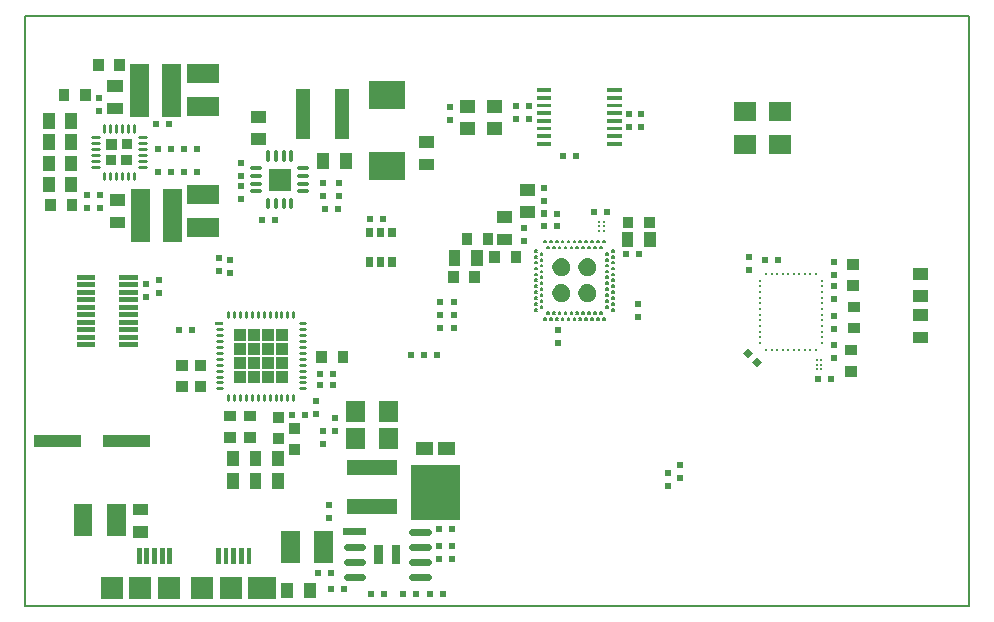
<source format=gtp>
*
%FSLAX26Y26*%
%MOIN*%
%ADD10R,0.015748X0.015748*%
%ADD11R,0.074803X0.074803*%
%ADD12R,0.035433X0.035433*%
%ADD13R,0.039370X0.039370*%
%ADD14R,0.023622X0.023622*%
%ADD15C,0.023622*%
%ADD16R,0.047244X0.047244*%
%ADD17C,0.007087*%
%ADD18R,0.062992X0.062992*%
%ADD19R,0.163386X0.163386*%
%ADD20R,0.045276X0.045276*%
%ADD21C,0.009843*%
%ADD22R,0.043307X0.043307*%
%ADD23R,0.094488X0.094488*%
%ADD24C,0.013780*%
%ADD25R,0.076772X0.076772*%
%ADD26R,0.011811X0.011811*%
%ADD27R,0.005800X0.005800*%
%ADD28C,0.006000*%
%ADD29R,0.009843X0.009843*%
%ADD30C,0.039370*%
%ADD31R,0.027559X0.027559*%
%IPPOS*%
%LNtp*%
%LPD*%
G75*
G54D10*
X322835Y1096752D02*
X370079D01*
X181102D02*
X228346D01*
X322835Y1071752D02*
X370079D01*
X181102D02*
X228346D01*
X322835Y1046752D02*
X370079D01*
X181102D02*
X228346D01*
X322835Y1021752D02*
X370079D01*
X181102D02*
X228346D01*
X322835Y996752D02*
X370079D01*
X181102D02*
X228346D01*
X322835Y971752D02*
X370079D01*
X181102D02*
X228346D01*
X322835Y946752D02*
X370079D01*
X181102D02*
X228346D01*
X322835Y921752D02*
X370079D01*
X181102D02*
X228346D01*
X322835Y896752D02*
X370079D01*
X181102D02*
X228346D01*
X181102Y871752D02*
X228346D01*
X322835D02*
X370079D01*
G54D11*
X783465Y61024D02*
X799213D01*
G54D10*
X381890Y147638D02*
Y187008D01*
X407480Y147638D02*
Y187008D01*
X433071Y147638D02*
Y187008D01*
X458661Y147638D02*
Y187008D01*
X484252Y147638D02*
Y187008D01*
X645669Y147638D02*
Y187008D01*
X671260Y147638D02*
Y187008D01*
X696850Y147638D02*
Y187008D01*
X722441Y147638D02*
Y187008D01*
X748031Y147638D02*
Y187008D01*
G54D11*
X688976Y61024D03*
X590551D03*
X480315D03*
X385827D03*
X291339D03*
G54D12*
X86614Y1336614D02*
Y1340551D01*
X157480Y1336614D02*
Y1340551D01*
X1429134Y1096457D02*
Y1100394D01*
X1500000Y1096457D02*
Y1100394D01*
X1061024Y828740D02*
Y832677D01*
X990157Y828740D02*
Y832677D01*
X2011811Y1277559D02*
Y1281496D01*
X2082677Y1277559D02*
Y1281496D01*
X1637795Y1163386D02*
Y1167323D01*
X1566929Y1163386D02*
Y1167323D01*
X1545276Y1222441D02*
Y1226378D01*
X1474409Y1222441D02*
Y1226378D01*
X202756Y1702756D02*
Y1706693D01*
X131890Y1702756D02*
Y1706693D01*
X246063Y1803150D02*
Y1807087D01*
X316929Y1803150D02*
Y1807087D01*
X2753146Y783465D02*
X2757083D01*
X2753146Y854331D02*
X2757083D01*
X844488Y559055D02*
X848425D01*
X844488Y629921D02*
X848425D01*
X897638Y592520D02*
X901575D01*
X897638Y521654D02*
X901575D01*
X683071Y562992D02*
X687008D01*
X683071Y633858D02*
X687008D01*
X750000Y562992D02*
X753937D01*
X750000Y633858D02*
X753937D01*
X521654Y732283D02*
X525591D01*
X521654Y803150D02*
X525591D01*
X584646Y732283D02*
X588583D01*
X584646Y803150D02*
X588583D01*
X2761811Y998031D02*
X2765748D01*
X2761811Y927165D02*
X2765748D01*
X2759843Y1068898D02*
X2763780D01*
X2759843Y1139764D02*
X2763780D01*
G54D13*
X1334646Y1547244D02*
X1346457D01*
X1334646Y1472441D02*
X1346457D01*
X2980315Y1108268D02*
X2992126D01*
X2980315Y1033465D02*
X2992126D01*
X2980315Y895669D02*
X2992126D01*
X2980315Y970472D02*
X2992126D01*
X773622Y1631890D02*
X785433D01*
X773622Y1557087D02*
X785433D01*
X295276Y1734252D02*
X307087D01*
X295276Y1659449D02*
X307087D01*
X303150Y1279528D02*
X314961D01*
X303150Y1354331D02*
X314961D01*
X1594488Y1297244D02*
X1606299D01*
X1594488Y1222441D02*
X1606299D01*
X1671260Y1387795D02*
X1683071D01*
X1671260Y1312992D02*
X1683071D01*
X379921Y322835D02*
X391732D01*
X379921Y248031D02*
X391732D01*
X1671260Y1312992D02*
X1683071D01*
X1671260Y1387795D02*
X1683071D01*
G36*
X2426589Y844051D02*
X2409886Y827348D01*
X2393183Y844051D01*
X2409886Y860754D01*
X2426589Y844051D01*
G37*
G36*
X2457211Y813429D02*
X2440508Y796726D01*
X2423805Y813429D01*
X2440508Y830132D01*
X2457211Y813429D01*
G37*
G54D14*
X972441Y639764D03*
Y683071D03*
X1732283Y1352362D03*
Y1395669D03*
X1730315Y1310039D03*
Y1266732D03*
X1383858Y970472D03*
Y1013780D03*
X1433071Y970472D03*
Y1013780D03*
X1383858Y970472D03*
Y927165D03*
X1433071Y970472D03*
Y927165D03*
X996063Y1411417D03*
Y1368110D03*
X1049213D03*
Y1411417D03*
X1379921Y157480D03*
Y200787D03*
X2015748Y1596457D03*
Y1639764D03*
X446850Y1088583D03*
Y1045276D03*
X1015748Y336614D03*
Y293307D03*
X996063Y541339D03*
Y584646D03*
X685039Y1112205D03*
Y1155512D03*
X1423228Y200787D03*
Y157480D03*
X2055118Y1596457D03*
Y1639764D03*
X1637795Y1667323D03*
Y1624016D03*
X1419291Y1619591D03*
Y1662898D03*
X251969Y1327756D03*
Y1371063D03*
X208661Y1327756D03*
Y1371063D03*
X2045276Y1007874D03*
Y964567D03*
X720472Y1478346D03*
Y1435039D03*
X1777559Y875984D03*
Y919291D03*
X2697835Y870079D03*
Y826772D03*
X248031Y1651575D03*
Y1694882D03*
X2697835Y1104331D03*
Y1147638D03*
X720472Y1356299D03*
Y1399606D03*
X2415413Y1119567D03*
Y1162874D03*
X2697835Y1066929D03*
Y1023622D03*
Y968504D03*
Y925197D03*
X2145669Y442913D03*
Y399606D03*
X2185039Y470472D03*
Y427165D03*
X1663386Y1261811D03*
Y1218504D03*
X403543Y1073819D03*
Y1030512D03*
X1681102Y1667323D03*
Y1624016D03*
X1035433Y627953D03*
Y584646D03*
X647638Y1116142D03*
Y1159449D03*
X1224689Y1242453D02*
Y1250327D01*
X1149886Y1242453D02*
Y1250327D01*
X1187287Y1144028D02*
Y1151902D01*
Y1242453D02*
Y1250327D01*
X1224689Y1144028D02*
Y1151902D01*
X1149886Y1144028D02*
Y1151902D01*
X1194882Y1291339D03*
X1151575D03*
X1043307Y1322835D03*
X1000000D03*
X1423228Y257874D03*
X1379921D03*
X986220Y736220D03*
X1029528D03*
X986220Y773622D03*
X1029528D03*
X1261811Y39370D03*
X1305118D03*
X1064961Y57087D03*
X1021654D03*
Y110236D03*
X978346D03*
X1155512Y39370D03*
X1198819D03*
X1395669D03*
X1352362D03*
X438976Y1606299D03*
X482283D03*
X444882Y1523622D03*
X488189D03*
X834646Y1286417D03*
X791339D03*
X2005906Y1174213D03*
X2049213D03*
X1730315Y1267717D03*
X1773622D03*
X2688976Y757874D03*
X2645669D03*
X1899606Y1314961D03*
X1942913D03*
X2469327Y1153543D03*
X2512634D03*
X531496Y1523622D03*
X574803D03*
X531496Y1448819D03*
X574803D03*
X444882D03*
X488189D03*
X1773622Y1309055D03*
X1730315D03*
X1793307Y1500000D03*
X1836614D03*
X557087Y921260D03*
X513780D03*
X891732Y637795D03*
X935039D03*
X1287402Y836614D03*
X1330709D03*
X1374016D03*
G54D15*
X1292520Y98228D02*
X1343701D01*
X1292520Y148228D02*
X1343701D01*
X1292520Y198228D02*
X1343701D01*
X1292520Y248228D02*
X1343701D01*
X1073622Y98228D02*
X1124803D01*
X1073622Y148228D02*
X1124803D01*
X1073622Y198228D02*
X1124803D01*
G54D14*
X1073622Y248228D02*
X1124803D01*
G54D16*
X1098425Y462598D02*
X1216535D01*
X1098425Y332677D02*
X1216535D01*
G54D17*
X2637780Y1107661D03*
X2619429D03*
X2601083D03*
X2582728D03*
X2564378D03*
X2546031D03*
X2527677D03*
X2509327D03*
X2490980D03*
X2472626D03*
X2451508Y1085941D03*
Y1066976D03*
Y1048012D03*
Y1029047D03*
Y1010087D03*
Y991118D03*
Y972157D03*
Y953193D03*
Y934224D03*
Y915264D03*
Y896299D03*
Y877335D03*
X2472626Y855614D03*
X2490980D03*
X2509327D03*
X2527677D03*
X2546031D03*
X2564378D03*
X2582728D03*
X2601083D03*
X2619429D03*
X2637780D03*
X2658902Y877335D03*
Y896299D03*
Y915264D03*
Y934224D03*
Y953193D03*
Y972157D03*
Y991118D03*
Y1010087D03*
Y1029047D03*
Y1048012D03*
Y1066976D03*
Y1085941D03*
G54D18*
X885827Y175197D02*
Y218504D01*
X996063Y175197D02*
Y218504D01*
X194882Y265748D02*
Y309055D01*
X305118Y265748D02*
Y309055D01*
G54D19*
X1370079Y368110D02*
Y387795D01*
G54D20*
X1327957Y525591D02*
X1339768D01*
X1400390D02*
X1412201D01*
G54D13*
X51181Y551181D02*
X169291D01*
X279528D02*
X397638D01*
X1507874Y1155512D02*
Y1167323D01*
X1433071Y1155512D02*
Y1167323D01*
X80709Y1399606D02*
Y1411417D01*
X155512Y1399606D02*
Y1411417D01*
X996063Y1478346D02*
Y1490157D01*
X1070866Y1478346D02*
Y1490157D01*
X155512Y1470472D02*
Y1482283D01*
X80709Y1470472D02*
Y1482283D01*
Y1612205D02*
Y1624016D01*
X155512Y1612205D02*
Y1624016D01*
X2084646Y1216535D02*
Y1228346D01*
X2009843Y1216535D02*
Y1228346D01*
X155512Y1541339D02*
Y1553150D01*
X80709Y1541339D02*
Y1553150D01*
X875984Y47244D02*
Y59055D01*
X950787Y47244D02*
Y59055D01*
X769685Y411417D02*
Y423228D01*
X844488Y411417D02*
Y423228D01*
X769685Y486220D02*
Y498031D01*
X844488Y486220D02*
Y498031D01*
X694882Y486220D02*
Y498031D01*
X769685Y486220D02*
Y498031D01*
X694882Y411417D02*
Y423228D01*
X769685Y411417D02*
Y423228D01*
G54D21*
X1915028Y1281772D03*
Y1266028D03*
Y1250280D03*
X1930776Y1281772D03*
Y1266028D03*
Y1250280D03*
X2655512Y789370D03*
Y805118D03*
Y820866D03*
X2639764Y789370D03*
Y805118D03*
Y820866D03*
G54D22*
X1472441Y1666835D02*
X1480315D01*
X1472441Y1592031D02*
X1480315D01*
X1562992D02*
X1570866D01*
X1562992Y1666835D02*
X1570866D01*
G54D18*
X383858Y1663386D02*
Y1777559D01*
X490157Y1663386D02*
Y1777559D01*
X494094Y1246063D02*
Y1360236D01*
X387795Y1246063D02*
Y1360236D01*
G54D23*
X1196850Y1468504D02*
X1220472D01*
X1196850Y1704724D02*
X1220472D01*
G54D18*
X2513780Y1648622D02*
X2521654D01*
X2513780Y1538386D02*
X2521654D01*
X2397638Y1648622D02*
X2405512D01*
X2397638Y1538386D02*
X2405512D01*
G54D21*
X265748Y1424213D02*
Y1445866D01*
X285433Y1424213D02*
Y1445866D01*
X305118Y1424213D02*
Y1445866D01*
X324803Y1424213D02*
Y1445866D01*
X344488Y1424213D02*
Y1445866D01*
X364173Y1424213D02*
Y1445866D01*
Y1581693D02*
Y1603346D01*
X344488Y1581693D02*
Y1603346D01*
X324803Y1581693D02*
Y1603346D01*
X305118Y1581693D02*
Y1603346D01*
X285433Y1581693D02*
Y1603346D01*
X265748Y1581693D02*
Y1603346D01*
X382874Y1464567D02*
X404528D01*
X382874Y1484252D02*
X404528D01*
X382874Y1503937D02*
X404528D01*
X382874Y1523622D02*
X404528D01*
X382874Y1543307D02*
X404528D01*
X382874Y1562992D02*
X404528D01*
X225394D02*
X247047D01*
X225394Y1543307D02*
X247047D01*
X225394Y1523622D02*
X247047D01*
X225394Y1503937D02*
X247047D01*
X225394Y1484252D02*
X247047D01*
X225394Y1464567D02*
X247047D01*
G54D24*
X916339Y1408465D02*
X941929D01*
X916339Y1382874D02*
X941929D01*
X916339Y1434055D02*
X941929D01*
X916339Y1459646D02*
X941929D01*
X758858D02*
X784449D01*
X758858Y1434055D02*
X784449D01*
X758858Y1408465D02*
X784449D01*
X758858Y1382874D02*
X784449D01*
X888780Y1487205D02*
Y1512795D01*
X863189Y1487205D02*
Y1512795D01*
X837598Y1487205D02*
Y1512795D01*
X812008Y1487205D02*
Y1512795D01*
X863189Y1329724D02*
Y1355315D01*
X837598Y1329724D02*
Y1355315D01*
X812008Y1329724D02*
Y1355315D01*
X888780Y1329724D02*
Y1355315D01*
G54D25*
X850394Y1421260D03*
G54D16*
X927165Y1582677D02*
Y1700787D01*
X1057087Y1582677D02*
Y1700787D01*
G54D18*
X572835Y1775591D02*
X616142D01*
X572835Y1665354D02*
X616142D01*
X572835Y1263780D02*
X616142D01*
X572835Y1374016D02*
X616142D01*
G54D26*
X1948819Y1720472D02*
X1984252D01*
X1948819Y1694882D02*
X1984252D01*
X1948819Y1669291D02*
X1984252D01*
X1948819Y1643701D02*
X1984252D01*
X1948819Y1618110D02*
X1984252D01*
X1948819Y1592520D02*
X1984252D01*
X1948819Y1566929D02*
X1984252D01*
X1948819Y1541339D02*
X1984252D01*
X1712598D02*
X1748031D01*
X1712598Y1566929D02*
X1748031D01*
X1712598Y1592520D02*
X1748031D01*
X1712598Y1618110D02*
X1748031D01*
X1712598Y1643701D02*
X1748031D01*
X1712598Y1669291D02*
X1748031D01*
X1712598Y1694882D02*
X1748031D01*
X1712598Y1720472D02*
X1748031D01*
G54D18*
X1102362Y645669D02*
Y653543D01*
X1212598Y645669D02*
Y653543D01*
X1102362Y555118D02*
Y562992D01*
X1212598Y555118D02*
Y562992D01*
G54D27*
X1958614Y988189D02*
X1964614D01*
G54D28*
X1958714Y991089D02*
X1964514D01*
X1958714Y985289D02*
X1964514D01*
G54D27*
X1958614Y1007874D02*
X1964614D01*
G54D28*
X1958714Y1010774D02*
X1964514D01*
X1958714Y1004974D02*
X1964514D01*
G54D27*
X1958614Y1027559D02*
X1964614D01*
G54D28*
X1958714Y1030459D02*
X1964514D01*
X1958714Y1024659D02*
X1964514D01*
G54D27*
X1958614Y1047244D02*
X1964614D01*
G54D28*
X1958714Y1050144D02*
X1964514D01*
X1958714Y1044344D02*
X1964514D01*
G54D27*
X1958614Y1066929D02*
X1964614D01*
G54D28*
X1958714Y1069829D02*
X1964514D01*
X1958714Y1064029D02*
X1964514D01*
G54D27*
X1958614Y1086614D02*
X1964614D01*
G54D28*
X1958714Y1089514D02*
X1964514D01*
X1958714Y1083714D02*
X1964514D01*
G54D27*
X1958614Y1106299D02*
X1964614D01*
G54D28*
X1958714Y1109199D02*
X1964514D01*
X1958714Y1103399D02*
X1964514D01*
G54D27*
X1958614Y1125984D02*
X1964614D01*
G54D28*
X1958714Y1128884D02*
X1964514D01*
X1958714Y1123084D02*
X1964514D01*
G54D27*
X1958614Y1145669D02*
X1964614D01*
G54D28*
X1958714Y1148569D02*
X1964514D01*
X1958714Y1142769D02*
X1964514D01*
G54D27*
X1958614Y1165354D02*
X1964614D01*
G54D28*
X1958714Y1168254D02*
X1964514D01*
X1958714Y1162454D02*
X1964514D01*
G54D27*
X1958614Y1185039D02*
X1964614D01*
G54D28*
X1958714Y1187939D02*
X1964514D01*
X1958714Y1182139D02*
X1964514D01*
G54D27*
X1928102Y1215551D02*
X1934102D01*
G54D28*
X1928202Y1218451D02*
X1934002D01*
X1928202Y1212651D02*
X1934002D01*
G54D27*
X1908417Y1215551D02*
X1914417D01*
G54D28*
X1908517Y1218451D02*
X1914317D01*
X1908517Y1212651D02*
X1914317D01*
G54D27*
X1888732Y1215551D02*
X1894732D01*
G54D28*
X1888832Y1218451D02*
X1894632D01*
X1888832Y1212651D02*
X1894632D01*
G54D27*
X1869047Y1215551D02*
X1875047D01*
G54D28*
X1869147Y1218451D02*
X1874947D01*
X1869147Y1212651D02*
X1874947D01*
G54D27*
X1849362Y1215551D02*
X1855362D01*
G54D28*
X1849462Y1218451D02*
X1855262D01*
X1849462Y1212651D02*
X1855262D01*
G54D27*
X1829677Y1215551D02*
X1835677D01*
G54D28*
X1829777Y1218451D02*
X1835577D01*
X1829777Y1212651D02*
X1835577D01*
G54D27*
X1809992Y1215551D02*
X1815992D01*
G54D28*
X1810092Y1218451D02*
X1815892D01*
X1810092Y1212651D02*
X1815892D01*
G54D27*
X1790307Y1215551D02*
X1796307D01*
G54D28*
X1790407Y1218451D02*
X1796207D01*
X1790407Y1212651D02*
X1796207D01*
G54D27*
X1770622Y1215551D02*
X1776622D01*
G54D28*
X1770722Y1218451D02*
X1776522D01*
X1770722Y1212651D02*
X1776522D01*
G54D27*
X1750937Y1215551D02*
X1756937D01*
G54D28*
X1751037Y1218451D02*
X1756837D01*
X1751037Y1212651D02*
X1756837D01*
G54D27*
X1731252Y1215551D02*
X1737252D01*
G54D28*
X1731352Y1218451D02*
X1737152D01*
X1731352Y1212651D02*
X1737152D01*
G54D27*
X1700740Y1185039D02*
X1706740D01*
G54D28*
X1700840Y1187939D02*
X1706640D01*
X1700840Y1182139D02*
X1706640D01*
G54D27*
X1700740Y1165354D02*
X1706740D01*
G54D28*
X1700840Y1168254D02*
X1706640D01*
X1700840Y1162454D02*
X1706640D01*
G54D27*
X1700740Y1145669D02*
X1706740D01*
G54D28*
X1700840Y1148569D02*
X1706640D01*
X1700840Y1142769D02*
X1706640D01*
G54D27*
X1700740Y1125984D02*
X1706740D01*
G54D28*
X1700840Y1128884D02*
X1706640D01*
X1700840Y1123084D02*
X1706640D01*
G54D27*
X1700740Y1106299D02*
X1706740D01*
G54D28*
X1700840Y1109199D02*
X1706640D01*
X1700840Y1103399D02*
X1706640D01*
G54D27*
X1700740Y1086614D02*
X1706740D01*
G54D28*
X1700840Y1089514D02*
X1706640D01*
X1700840Y1083714D02*
X1706640D01*
G54D27*
X1700740Y1066929D02*
X1706740D01*
G54D28*
X1700840Y1069829D02*
X1706640D01*
X1700840Y1064029D02*
X1706640D01*
G54D27*
X1700740Y1047244D02*
X1706740D01*
G54D28*
X1700840Y1050144D02*
X1706640D01*
X1700840Y1044344D02*
X1706640D01*
G54D27*
X1700740Y1027559D02*
X1706740D01*
G54D28*
X1700840Y1030459D02*
X1706640D01*
X1700840Y1024659D02*
X1706640D01*
G54D27*
X1700740Y1007874D02*
X1706740D01*
G54D28*
X1700840Y1010774D02*
X1706640D01*
X1700840Y1004974D02*
X1706640D01*
G54D27*
X1700740Y988189D02*
X1706740D01*
G54D28*
X1700840Y991089D02*
X1706640D01*
X1700840Y985289D02*
X1706640D01*
G54D27*
X1731252Y957677D02*
X1737252D01*
G54D28*
X1731352Y960577D02*
X1737152D01*
X1731352Y954777D02*
X1737152D01*
G54D27*
X1750937Y957677D02*
X1756937D01*
G54D28*
X1751037Y960577D02*
X1756837D01*
X1751037Y954777D02*
X1756837D01*
G54D27*
X1770622Y957677D02*
X1776622D01*
G54D28*
X1770722Y960577D02*
X1776522D01*
X1770722Y954777D02*
X1776522D01*
G54D27*
X1790307Y957677D02*
X1796307D01*
G54D28*
X1790407Y960577D02*
X1796207D01*
X1790407Y954777D02*
X1796207D01*
G54D27*
X1809992Y957677D02*
X1815992D01*
G54D28*
X1810092Y960577D02*
X1815892D01*
X1810092Y954777D02*
X1815892D01*
G54D27*
X1829677Y957677D02*
X1835677D01*
G54D28*
X1829777Y960577D02*
X1835577D01*
X1829777Y954777D02*
X1835577D01*
G54D27*
X1849362Y957677D02*
X1855362D01*
G54D28*
X1849462Y960577D02*
X1855262D01*
X1849462Y954777D02*
X1855262D01*
G54D27*
X1869047Y957677D02*
X1875047D01*
G54D28*
X1869147Y960577D02*
X1874947D01*
X1869147Y954777D02*
X1874947D01*
G54D27*
X1888732Y957677D02*
X1894732D01*
G54D28*
X1888832Y960577D02*
X1894632D01*
X1888832Y954777D02*
X1894632D01*
G54D27*
X1908417Y957677D02*
X1914417D01*
G54D28*
X1908517Y960577D02*
X1914317D01*
X1908517Y954777D02*
X1914317D01*
G54D27*
X1928102Y957677D02*
X1934102D01*
G54D28*
X1928202Y960577D02*
X1934002D01*
X1928202Y954777D02*
X1934002D01*
G54D27*
X1938929Y998031D02*
X1944929D01*
G54D28*
X1939029Y1000931D02*
X1944829D01*
X1939029Y995131D02*
X1944829D01*
G54D27*
X1938929Y1017717D02*
X1944929D01*
G54D28*
X1939029Y1020617D02*
X1944829D01*
X1939029Y1014817D02*
X1944829D01*
G54D27*
X1938929Y1037402D02*
X1944929D01*
G54D28*
X1939029Y1040302D02*
X1944829D01*
X1939029Y1034502D02*
X1944829D01*
G54D27*
X1938929Y1057087D02*
X1944929D01*
G54D28*
X1939029Y1059987D02*
X1944829D01*
X1939029Y1054187D02*
X1944829D01*
G54D27*
X1938929Y1076772D02*
X1944929D01*
G54D28*
X1939029Y1079672D02*
X1944829D01*
X1939029Y1073872D02*
X1944829D01*
G54D27*
X1938929Y1096457D02*
X1944929D01*
G54D28*
X1939029Y1099357D02*
X1944829D01*
X1939029Y1093557D02*
X1944829D01*
G54D27*
X1938929Y1116142D02*
X1944929D01*
G54D28*
X1939029Y1119042D02*
X1944829D01*
X1939029Y1113242D02*
X1944829D01*
G54D27*
X1938929Y1135827D02*
X1944929D01*
G54D28*
X1939029Y1138727D02*
X1944829D01*
X1939029Y1132927D02*
X1944829D01*
G54D27*
X1938929Y1155512D02*
X1944929D01*
G54D28*
X1939029Y1158412D02*
X1944829D01*
X1939029Y1152612D02*
X1944829D01*
G54D27*
X1938929Y1175197D02*
X1944929D01*
G54D28*
X1939029Y1178097D02*
X1944829D01*
X1939029Y1172297D02*
X1944829D01*
G54D27*
X1918260Y1195866D02*
X1924260D01*
G54D28*
X1918360Y1198766D02*
X1924160D01*
X1918360Y1192966D02*
X1924160D01*
G54D27*
X1898575Y1195866D02*
X1904575D01*
G54D28*
X1898675Y1198766D02*
X1904475D01*
X1898675Y1192966D02*
X1904475D01*
G54D27*
X1878890Y1195866D02*
X1884890D01*
G54D28*
X1878990Y1198766D02*
X1884790D01*
X1878990Y1192966D02*
X1884790D01*
G54D27*
X1859205Y1195866D02*
X1865205D01*
G54D28*
X1859305Y1198766D02*
X1865105D01*
X1859305Y1192966D02*
X1865105D01*
G54D27*
X1839520Y1195866D02*
X1845520D01*
G54D28*
X1839620Y1198766D02*
X1845420D01*
X1839620Y1192966D02*
X1845420D01*
G54D27*
X1819835Y1195866D02*
X1825835D01*
G54D28*
X1819935Y1198766D02*
X1825735D01*
X1819935Y1192966D02*
X1825735D01*
G54D27*
X1800150Y1195866D02*
X1806150D01*
G54D28*
X1800250Y1198766D02*
X1806050D01*
X1800250Y1192966D02*
X1806050D01*
G54D27*
X1780465Y1195866D02*
X1786465D01*
G54D28*
X1780565Y1198766D02*
X1786365D01*
X1780565Y1192966D02*
X1786365D01*
G54D27*
X1760780Y1195866D02*
X1766780D01*
G54D28*
X1760880Y1198766D02*
X1766680D01*
X1760880Y1192966D02*
X1766680D01*
G54D27*
X1741094Y1195866D02*
X1747094D01*
G54D28*
X1741194Y1198766D02*
X1746994D01*
X1741194Y1192966D02*
X1746994D01*
G54D27*
X1720425Y1175197D02*
X1726425D01*
G54D28*
X1720525Y1178097D02*
X1726325D01*
X1720525Y1172297D02*
X1726325D01*
G54D27*
X1720425Y1155512D02*
X1726425D01*
G54D28*
X1720525Y1158412D02*
X1726325D01*
X1720525Y1152612D02*
X1726325D01*
G54D27*
X1720425Y1135827D02*
X1726425D01*
G54D28*
X1720525Y1138727D02*
X1726325D01*
X1720525Y1132927D02*
X1726325D01*
G54D27*
X1720425Y1116142D02*
X1726425D01*
G54D28*
X1720525Y1119042D02*
X1726325D01*
X1720525Y1113242D02*
X1726325D01*
G54D27*
X1720425Y1096457D02*
X1726425D01*
G54D28*
X1720525Y1099357D02*
X1726325D01*
X1720525Y1093557D02*
X1726325D01*
G54D27*
X1720425Y1076772D02*
X1726425D01*
G54D28*
X1720525Y1079672D02*
X1726325D01*
X1720525Y1073872D02*
X1726325D01*
G54D27*
X1720425Y1057087D02*
X1726425D01*
G54D28*
X1720525Y1059987D02*
X1726325D01*
X1720525Y1054187D02*
X1726325D01*
G54D27*
X1720425Y1037402D02*
X1726425D01*
G54D28*
X1720525Y1040302D02*
X1726325D01*
X1720525Y1034502D02*
X1726325D01*
G54D27*
X1720425Y1017717D02*
X1726425D01*
G54D28*
X1720525Y1020617D02*
X1726325D01*
X1720525Y1014817D02*
X1726325D01*
G54D27*
X1720425Y998031D02*
X1726425D01*
G54D28*
X1720525Y1000931D02*
X1726325D01*
X1720525Y995131D02*
X1726325D01*
G54D27*
X1741094Y977362D02*
X1747094D01*
G54D28*
X1741194Y980262D02*
X1746994D01*
X1741194Y974462D02*
X1746994D01*
G54D27*
X1760780Y977362D02*
X1766780D01*
G54D28*
X1760880Y980262D02*
X1766680D01*
X1760880Y974462D02*
X1766680D01*
G54D27*
X1780465Y977362D02*
X1786465D01*
G54D28*
X1780565Y980262D02*
X1786365D01*
X1780565Y974462D02*
X1786365D01*
G54D27*
X1800150Y977362D02*
X1806150D01*
G54D28*
X1800250Y980262D02*
X1806050D01*
X1800250Y974462D02*
X1806050D01*
G54D27*
X1819835Y977362D02*
X1825835D01*
G54D28*
X1819935Y980262D02*
X1825735D01*
X1819935Y974462D02*
X1825735D01*
G54D27*
X1839520Y977362D02*
X1845520D01*
G54D28*
X1839620Y980262D02*
X1845420D01*
X1839620Y974462D02*
X1845420D01*
G54D27*
X1859205Y977362D02*
X1865205D01*
G54D28*
X1859305Y980262D02*
X1865105D01*
X1859305Y974462D02*
X1865105D01*
G54D27*
X1878890Y977362D02*
X1884890D01*
G54D28*
X1878990Y980262D02*
X1884790D01*
X1878990Y974462D02*
X1884790D01*
G54D27*
X1898575Y977362D02*
X1904575D01*
G54D28*
X1898675Y980262D02*
X1904475D01*
X1898675Y974462D02*
X1904475D01*
G54D27*
X1918260Y977362D02*
X1924260D01*
G54D28*
X1918360Y980262D02*
X1924160D01*
X1918360Y974462D02*
X1924160D01*
G54D21*
X679134Y965551D02*
Y981299D01*
X698819Y965551D02*
Y981299D01*
X718504Y965551D02*
Y981299D01*
X738189Y965551D02*
Y981299D01*
X757874Y965551D02*
Y981299D01*
X777559Y965551D02*
Y981299D01*
X797244Y965551D02*
Y981299D01*
X816929Y965551D02*
Y981299D01*
X836614Y965551D02*
Y981299D01*
X856299Y965551D02*
Y981299D01*
X875984Y965551D02*
Y981299D01*
X895669Y965551D02*
Y981299D01*
Y687992D02*
Y703740D01*
X875984Y687992D02*
Y703740D01*
X856299Y687992D02*
Y703740D01*
X836614Y687992D02*
Y703740D01*
X816929Y687992D02*
Y703740D01*
X797244Y687992D02*
Y703740D01*
X777559Y687992D02*
Y703740D01*
X757874Y687992D02*
Y703740D01*
X738189Y687992D02*
Y703740D01*
X718504Y687992D02*
Y703740D01*
X698819Y687992D02*
Y703740D01*
X679134Y687992D02*
Y703740D01*
X918307Y942913D02*
X934055D01*
X918307Y923228D02*
X934055D01*
X918307Y903543D02*
X934055D01*
X918307Y883858D02*
X934055D01*
X918307Y864173D02*
X934055D01*
X918307Y844488D02*
X934055D01*
X918307Y824803D02*
X934055D01*
X918307Y805118D02*
X934055D01*
X918307Y785433D02*
X934055D01*
X918307Y765748D02*
X934055D01*
X918307Y746063D02*
X934055D01*
X918307Y726378D02*
X934055D01*
X640748D02*
X656496D01*
X640748Y746063D02*
X656496D01*
X640748Y765748D02*
X656496D01*
X640748Y785433D02*
X656496D01*
X640748Y805118D02*
X656496D01*
X640748Y824803D02*
X656496D01*
X640748Y844488D02*
X656496D01*
X640748Y864173D02*
X656496D01*
X640748Y883858D02*
X656496D01*
X640748Y903543D02*
X656496D01*
X640748Y923228D02*
X656496D01*
G54D29*
X640748Y942913D02*
X656496D01*
G54D30*
X1799213Y1043307D02*
X1798723Y1046372D01*
X1797304Y1049132D01*
X1795095Y1051313D01*
X1792318Y1052698D01*
X1789247Y1053149D01*
X1786188Y1052621D01*
X1783446Y1051167D01*
X1781293Y1048932D01*
X1779943Y1046137D01*
X1779531Y1043061D01*
X1780097Y1040009D01*
X1781585Y1037285D01*
X1783847Y1035160D01*
X1786658Y1033845D01*
X1789740Y1033471D01*
X1792784Y1034076D01*
X1795489Y1035598D01*
X1797585Y1037886D01*
X1798865Y1040714D01*
X1799213Y1043307D01*
X1885827D02*
X1885337Y1046372D01*
X1883918Y1049132D01*
X1881710Y1051313D01*
X1878932Y1052698D01*
X1875861Y1053149D01*
X1872802Y1052621D01*
X1870060Y1051167D01*
X1867907Y1048932D01*
X1866557Y1046137D01*
X1866145Y1043061D01*
X1866711Y1040009D01*
X1868199Y1037285D01*
X1870461Y1035160D01*
X1873273Y1033845D01*
X1876354Y1033471D01*
X1879398Y1034076D01*
X1882103Y1035598D01*
X1884200Y1037886D01*
X1885479Y1040714D01*
X1885827Y1043307D01*
Y1129921D02*
X1885337Y1132986D01*
X1883918Y1135746D01*
X1881710Y1137927D01*
X1878932Y1139312D01*
X1875861Y1139763D01*
X1872802Y1139235D01*
X1870060Y1137781D01*
X1867907Y1135546D01*
X1866557Y1132751D01*
X1866145Y1129675D01*
X1866711Y1126623D01*
X1868199Y1123899D01*
X1870461Y1121775D01*
X1873273Y1120460D01*
X1876354Y1120086D01*
X1879398Y1120690D01*
X1882103Y1122212D01*
X1884200Y1124500D01*
X1885479Y1127328D01*
X1885827Y1129921D01*
X1799213D02*
X1798723Y1132986D01*
X1797304Y1135746D01*
X1795095Y1137927D01*
X1792318Y1139312D01*
X1789247Y1139763D01*
X1786188Y1139235D01*
X1783446Y1137781D01*
X1781293Y1135546D01*
X1779943Y1132751D01*
X1779531Y1129675D01*
X1780097Y1126623D01*
X1781585Y1123899D01*
X1783847Y1121775D01*
X1786658Y1120460D01*
X1789740Y1120086D01*
X1792784Y1120690D01*
X1795489Y1122212D01*
X1797585Y1124500D01*
X1798865Y1127328D01*
X1799213Y1129921D01*
G54D31*
X1237205Y153543D02*
Y188976D01*
X1180118Y154528D02*
Y189961D01*
G54D12*
X289366Y1488197D03*
X340551Y1539366D03*
X289366Y1539378D02*
Y1540008D01*
X340555Y1487551D02*
Y1488181D01*
G54D13*
X858268Y858268D03*
Y811024D03*
X763780Y763780D03*
X716535D03*
Y811024D03*
X811024Y905512D03*
X858268D03*
X763780Y811024D03*
X811024Y858268D03*
X858268Y763780D03*
X811024D03*
X716535Y858268D03*
Y905512D03*
X763780D03*
X811024Y811024D03*
X763780Y858268D03*
G54D28*
X0Y0D02*
Y1968504D01*
Y0D02*
X3149606D01*
Y1968504D01*
X0D02*
X3149606D01*
M02*

</source>
